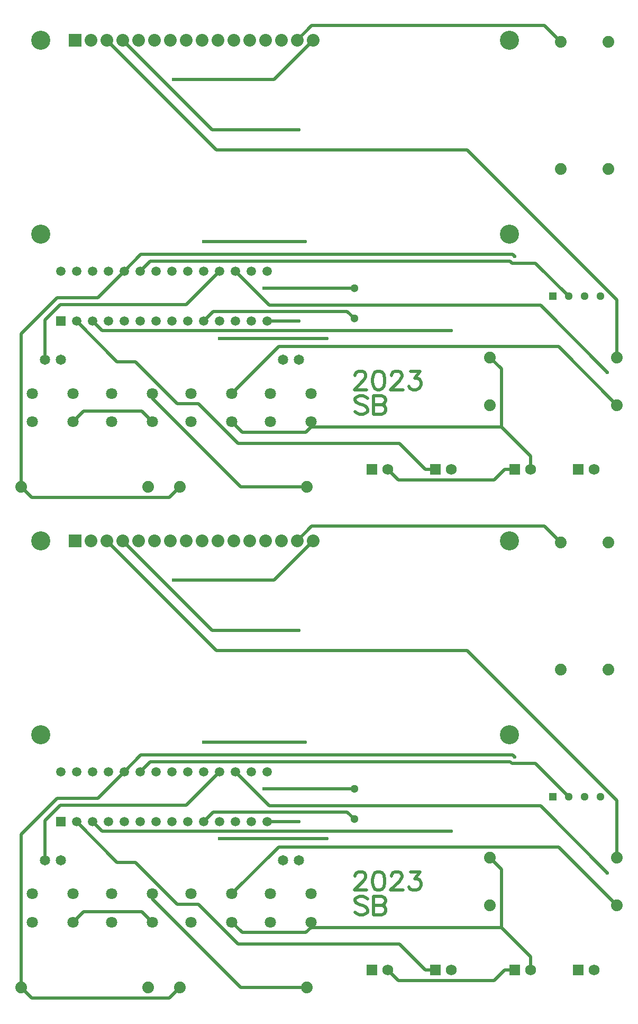
<source format=gtl>
G04 Layer: TopLayer*
G04 EasyEDA v6.5.22, 2023-01-28 18:44:11*
G04 Gerber Generator version 0.2*
G04 Scale: 100 percent, Rotated: No, Reflected: No *
G04 Dimensions in millimeters *
G04 leading zeros omitted , absolute positions ,4 integer and 5 decimal *
%FSLAX45Y45*%
%MOMM*%

%ADD10C,0.5000*%
%ADD11R,1.2954X1.2954*%
%ADD12C,1.2954*%
%ADD13C,1.3000*%
%ADD14R,1.5000X1.5000*%
%ADD15C,1.5000*%
%ADD16C,1.8796*%
%ADD17C,1.6510*%
%ADD18C,2.0320*%
%ADD19R,2.0320X2.0320*%
%ADD20C,3.0480*%
%ADD21C,1.8000*%
%ADD22R,1.7500X1.7500*%
%ADD23C,1.7500*%
%ADD24C,0.6000*%
%ADD25C,0.0115*%

%LPD*%
D10*
X5798058Y1793494D02*
G01*
X5769863Y1821687D01*
X5727445Y1835912D01*
X5671058Y1835912D01*
X5628893Y1821687D01*
X5600700Y1793494D01*
X5600700Y1765300D01*
X5614670Y1737105D01*
X5628893Y1723136D01*
X5657088Y1708912D01*
X5741670Y1680718D01*
X5769863Y1666747D01*
X5783834Y1652523D01*
X5798058Y1624329D01*
X5798058Y1582165D01*
X5769863Y1553971D01*
X5727445Y1540002D01*
X5671058Y1540002D01*
X5628893Y1553971D01*
X5600700Y1582165D01*
X5891022Y1835912D02*
G01*
X5891022Y1540002D01*
X5891022Y1835912D02*
G01*
X6017768Y1835912D01*
X6060186Y1821687D01*
X6074156Y1807718D01*
X6088125Y1779523D01*
X6088125Y1751329D01*
X6074156Y1723136D01*
X6060186Y1708912D01*
X6017768Y1694942D01*
X5891022Y1694942D02*
G01*
X6017768Y1694942D01*
X6060186Y1680718D01*
X6074156Y1666747D01*
X6088125Y1638554D01*
X6088125Y1596136D01*
X6074156Y1568195D01*
X6060186Y1553971D01*
X6017768Y1540002D01*
X5891022Y1540002D01*
X5601970Y2159000D02*
G01*
X5601970Y2173223D01*
X5616193Y2201418D01*
X5630163Y2215387D01*
X5658358Y2229612D01*
X5714745Y2229612D01*
X5742940Y2215387D01*
X5757163Y2201418D01*
X5771134Y2173223D01*
X5771134Y2145029D01*
X5757163Y2116836D01*
X5728970Y2074418D01*
X5588000Y1933702D01*
X5785358Y1933702D01*
X5962904Y2229612D02*
G01*
X5920486Y2215387D01*
X5892291Y2173223D01*
X5878322Y2102612D01*
X5878322Y2060447D01*
X5892291Y1989836D01*
X5920486Y1947671D01*
X5962904Y1933702D01*
X5991097Y1933702D01*
X6033261Y1947671D01*
X6061456Y1989836D01*
X6075425Y2060447D01*
X6075425Y2102612D01*
X6061456Y2173223D01*
X6033261Y2215387D01*
X5991097Y2229612D01*
X5962904Y2229612D01*
X6182613Y2159000D02*
G01*
X6182613Y2173223D01*
X6196838Y2201418D01*
X6210808Y2215387D01*
X6239002Y2229612D01*
X6295390Y2229612D01*
X6323584Y2215387D01*
X6337554Y2201418D01*
X6351777Y2173223D01*
X6351777Y2145029D01*
X6337554Y2116836D01*
X6309359Y2074418D01*
X6168643Y1933702D01*
X6365747Y1933702D01*
X6486906Y2229612D02*
G01*
X6642100Y2229612D01*
X6557518Y2116836D01*
X6599681Y2116836D01*
X6627875Y2102612D01*
X6642100Y2088642D01*
X6656070Y2046223D01*
X6656070Y2018029D01*
X6642100Y1975865D01*
X6613906Y1947671D01*
X6571488Y1933702D01*
X6529324Y1933702D01*
X6486906Y1947671D01*
X6472936Y1961895D01*
X6458711Y1989836D01*
X5798058Y9793478D02*
G01*
X5769863Y9821671D01*
X5727445Y9835895D01*
X5671058Y9835895D01*
X5628893Y9821671D01*
X5600700Y9793478D01*
X5600700Y9765284D01*
X5614670Y9737089D01*
X5628893Y9723120D01*
X5657088Y9708895D01*
X5741670Y9680702D01*
X5769863Y9666731D01*
X5783834Y9652508D01*
X5798058Y9624313D01*
X5798058Y9582150D01*
X5769863Y9553955D01*
X5727445Y9539986D01*
X5671058Y9539986D01*
X5628893Y9553955D01*
X5600700Y9582150D01*
X5891022Y9835895D02*
G01*
X5891022Y9539986D01*
X5891022Y9835895D02*
G01*
X6017768Y9835895D01*
X6060186Y9821671D01*
X6074156Y9807702D01*
X6088125Y9779508D01*
X6088125Y9751313D01*
X6074156Y9723120D01*
X6060186Y9708895D01*
X6017768Y9694926D01*
X5891022Y9694926D02*
G01*
X6017768Y9694926D01*
X6060186Y9680702D01*
X6074156Y9666731D01*
X6088125Y9638537D01*
X6088125Y9596120D01*
X6074156Y9568179D01*
X6060186Y9553955D01*
X6017768Y9539986D01*
X5891022Y9539986D01*
X5601970Y10158984D02*
G01*
X5601970Y10173208D01*
X5616193Y10201402D01*
X5630163Y10215371D01*
X5658358Y10229595D01*
X5714745Y10229595D01*
X5742940Y10215371D01*
X5757163Y10201402D01*
X5771134Y10173208D01*
X5771134Y10145013D01*
X5757163Y10116820D01*
X5728970Y10074402D01*
X5588000Y9933686D01*
X5785358Y9933686D01*
X5962904Y10229595D02*
G01*
X5920486Y10215371D01*
X5892291Y10173208D01*
X5878322Y10102595D01*
X5878322Y10060431D01*
X5892291Y9989820D01*
X5920486Y9947655D01*
X5962904Y9933686D01*
X5991097Y9933686D01*
X6033261Y9947655D01*
X6061456Y9989820D01*
X6075425Y10060431D01*
X6075425Y10102595D01*
X6061456Y10173208D01*
X6033261Y10215371D01*
X5991097Y10229595D01*
X5962904Y10229595D01*
X6182613Y10158984D02*
G01*
X6182613Y10173208D01*
X6196838Y10201402D01*
X6210808Y10215371D01*
X6239002Y10229595D01*
X6295390Y10229595D01*
X6323584Y10215371D01*
X6337554Y10201402D01*
X6351777Y10173208D01*
X6351777Y10145013D01*
X6337554Y10116820D01*
X6309359Y10074402D01*
X6168643Y9933686D01*
X6365747Y9933686D01*
X6486906Y10229595D02*
G01*
X6642100Y10229595D01*
X6557518Y10116820D01*
X6599681Y10116820D01*
X6627875Y10102595D01*
X6642100Y10088626D01*
X6656070Y10046208D01*
X6656070Y10018013D01*
X6642100Y9975850D01*
X6613906Y9947655D01*
X6571488Y9933686D01*
X6529324Y9933686D01*
X6486906Y9947655D01*
X6472936Y9961879D01*
X6458711Y9989820D01*
X4897114Y9340621D02*
G01*
X7941866Y9340621D01*
X8157392Y8659368D02*
G01*
X7994822Y8659368D01*
X7994822Y8659368D02*
G01*
X7826324Y8490864D01*
X6289898Y8490864D01*
X6121400Y8659368D01*
X2690873Y14888692D02*
G01*
X4298726Y14888692D01*
X4928008Y15517975D01*
X1905000Y11827967D02*
G01*
X1483103Y11406070D01*
X833803Y11406070D01*
X254000Y10826267D01*
X254000Y8379968D01*
X8153760Y12063196D02*
G01*
X8122592Y12094364D01*
X2171390Y12094364D01*
X1905000Y11827967D01*
X254000Y8379968D02*
G01*
X423440Y8210527D01*
X2624559Y8210527D01*
X2794000Y8379968D01*
X3429000Y11827967D02*
G01*
X2897347Y11296317D01*
X883716Y11296317D01*
X635000Y11047600D01*
X635000Y10411968D01*
X3627114Y9875014D02*
G01*
X4374741Y10622633D01*
X8857134Y10622633D01*
X9791700Y9688068D01*
X5588000Y11069675D02*
G01*
X5472684Y11184994D01*
X3332025Y11184994D01*
X3175000Y11027968D01*
X5588000Y11557660D02*
G01*
X4138960Y11557660D01*
X5148150Y10755581D02*
G01*
X3429000Y10755581D01*
X3627114Y9424921D02*
G01*
X3795725Y9256318D01*
X4812817Y9256318D01*
X4897114Y9340621D01*
X4897114Y9424921D02*
G01*
X4897114Y9340621D01*
X7941866Y9340621D02*
G01*
X8407400Y8875087D01*
X8407400Y8659368D01*
X7759700Y10450068D02*
G01*
X7941866Y10267896D01*
X7941866Y9340621D01*
X2357114Y9424921D02*
G01*
X2188331Y9593704D01*
X1255905Y9593704D01*
X1087120Y9424921D01*
X4191000Y11027968D02*
G01*
X4699607Y11027968D01*
X1880008Y15517975D02*
G01*
X3310384Y14087602D01*
X4699607Y14087602D01*
X6887392Y8659368D02*
G01*
X6724822Y8659368D01*
X6724822Y8659368D02*
G01*
X6312992Y9071206D01*
X3726456Y9071206D01*
X3087847Y9709810D01*
X2756631Y9709810D01*
X2085393Y10381056D01*
X1789912Y10381056D01*
X1143000Y11027968D01*
X9640216Y10211056D02*
G01*
X8566099Y11285166D01*
X4225800Y11285166D01*
X3683000Y11827967D01*
X2159000Y11827967D02*
G01*
X2317551Y11986513D01*
X8081726Y11986513D01*
X8110189Y11958038D01*
X8486924Y11958038D01*
X9017000Y11427968D01*
X1397000Y11027968D02*
G01*
X1547192Y10877781D01*
X7137400Y10877781D01*
X8890000Y15491968D02*
G01*
X8630815Y15751152D01*
X4907173Y15751152D01*
X4674008Y15517975D01*
X4826000Y8379968D02*
G01*
X3773215Y8379968D01*
X2357114Y9796068D01*
X2357114Y9875014D01*
X9791700Y10450068D02*
G01*
X9791700Y11366347D01*
X7391623Y13766416D01*
X3377567Y13766416D01*
X1626008Y15517975D01*
X4804790Y12298426D02*
G01*
X3175000Y12298426D01*
X4897114Y1340637D02*
G01*
X7941866Y1340637D01*
X8157392Y659384D02*
G01*
X7994822Y659384D01*
X7994822Y659384D02*
G01*
X7826324Y490880D01*
X6289898Y490880D01*
X6121400Y659384D01*
X2690873Y6888708D02*
G01*
X4298726Y6888708D01*
X4928008Y7517991D01*
X1905000Y3827983D02*
G01*
X1483103Y3406086D01*
X833803Y3406086D01*
X254000Y2826283D01*
X254000Y379984D01*
X8153760Y4063212D02*
G01*
X8122592Y4094380D01*
X2171390Y4094380D01*
X1905000Y3827983D01*
X254000Y379984D02*
G01*
X423440Y210543D01*
X2624559Y210543D01*
X2794000Y379984D01*
X3429000Y3827983D02*
G01*
X2897347Y3296333D01*
X883716Y3296333D01*
X635000Y3047616D01*
X635000Y2411984D01*
X3627114Y1875030D02*
G01*
X4374741Y2622649D01*
X8857134Y2622649D01*
X9791700Y1688084D01*
X5588000Y3069691D02*
G01*
X5472684Y3185010D01*
X3332025Y3185010D01*
X3175000Y3027984D01*
X5588000Y3557676D02*
G01*
X4138960Y3557676D01*
X5148150Y2755597D02*
G01*
X3429000Y2755597D01*
X3627114Y1424937D02*
G01*
X3795725Y1256334D01*
X4812817Y1256334D01*
X4897114Y1340637D01*
X4897114Y1424937D02*
G01*
X4897114Y1340637D01*
X7941866Y1340637D02*
G01*
X8407400Y875103D01*
X8407400Y659384D01*
X7759700Y2450084D02*
G01*
X7941866Y2267912D01*
X7941866Y1340637D01*
X2357114Y1424937D02*
G01*
X2188331Y1593720D01*
X1255905Y1593720D01*
X1087120Y1424937D01*
X4191000Y3027984D02*
G01*
X4699607Y3027984D01*
X1880008Y7517991D02*
G01*
X3310384Y6087618D01*
X4699607Y6087618D01*
X6887392Y659384D02*
G01*
X6724822Y659384D01*
X6724822Y659384D02*
G01*
X6312992Y1071222D01*
X3726456Y1071222D01*
X3087847Y1709826D01*
X2756631Y1709826D01*
X2085393Y2381072D01*
X1789912Y2381072D01*
X1143000Y3027984D01*
X9640216Y2211072D02*
G01*
X8566099Y3285182D01*
X4225800Y3285182D01*
X3683000Y3827983D01*
X2159000Y3827983D02*
G01*
X2317551Y3986529D01*
X8081726Y3986529D01*
X8110189Y3958054D01*
X8486924Y3958054D01*
X9017000Y3427984D01*
X1397000Y3027984D02*
G01*
X1547192Y2877797D01*
X7137400Y2877797D01*
X8890000Y7491984D02*
G01*
X8630815Y7751168D01*
X4907173Y7751168D01*
X4674008Y7517991D01*
X4826000Y379984D02*
G01*
X3773215Y379984D01*
X2357114Y1796084D01*
X2357114Y1875030D01*
X9791700Y2450084D02*
G01*
X9791700Y3366363D01*
X7391623Y5766432D01*
X3377567Y5766432D01*
X1626008Y7517991D01*
X4804790Y4298442D02*
G01*
X3175000Y4298442D01*
D11*
G01*
X8763000Y3427984D03*
D12*
G01*
X9017000Y3427984D03*
G01*
X9271000Y3427984D03*
G01*
X9525000Y3427984D03*
D13*
G01*
X5588000Y3557676D03*
G01*
X5588000Y3069691D03*
D14*
G01*
X889000Y3027984D03*
D15*
G01*
X1143000Y3027984D03*
G01*
X1397000Y3027984D03*
G01*
X1651000Y3027984D03*
G01*
X1905000Y3027984D03*
G01*
X2159000Y3027984D03*
G01*
X2413000Y3027984D03*
G01*
X2667000Y3027984D03*
G01*
X2921000Y3027984D03*
G01*
X3175000Y3027984D03*
G01*
X3429000Y3027984D03*
G01*
X3683000Y3027984D03*
G01*
X3937000Y3027984D03*
G01*
X4191000Y3027984D03*
G01*
X889000Y3827983D03*
G01*
X1143000Y3827983D03*
G01*
X1397000Y3827983D03*
G01*
X1651000Y3827983D03*
G01*
X1905000Y3827983D03*
G01*
X2159000Y3827983D03*
G01*
X2413000Y3827983D03*
G01*
X2667000Y3827983D03*
G01*
X2921000Y3827983D03*
G01*
X3175000Y3827983D03*
G01*
X3429000Y3827983D03*
G01*
X3683000Y3827983D03*
G01*
X3937000Y3827983D03*
G01*
X4191000Y3827983D03*
D16*
G01*
X7759700Y1688084D03*
G01*
X9791700Y1688084D03*
G01*
X254000Y379984D03*
G01*
X2286000Y379984D03*
G01*
X2794000Y379984D03*
G01*
X4826000Y379984D03*
G01*
X9652000Y5459984D03*
G01*
X9652000Y7491984D03*
G01*
X8890000Y5459984D03*
G01*
X8890000Y7491984D03*
G01*
X7759700Y2450084D03*
G01*
X9791700Y2450084D03*
D17*
G01*
X4445000Y2411984D03*
G01*
X4699000Y2411984D03*
G01*
X635000Y2411984D03*
G01*
X889000Y2411984D03*
D18*
G01*
X4928006Y7517993D03*
G01*
X4674006Y7517993D03*
G01*
X4420006Y7517993D03*
G01*
X4166006Y7517993D03*
G01*
X3912006Y7517993D03*
G01*
X3658006Y7517993D03*
G01*
X3404006Y7517993D03*
G01*
X3150006Y7517993D03*
G01*
X2896006Y7517993D03*
G01*
X2642006Y7517993D03*
G01*
X2388006Y7517993D03*
G01*
X2134006Y7517993D03*
G01*
X1880006Y7517993D03*
G01*
X1626006Y7517993D03*
G01*
X1372006Y7517993D03*
D19*
G01*
X1118006Y7517993D03*
D20*
G01*
X567994Y7517993D03*
G01*
X567994Y4417974D03*
G01*
X8068005Y7517993D03*
G01*
X8068005Y4417974D03*
D21*
G01*
X4246879Y1875028D03*
G01*
X4246879Y1424939D03*
G01*
X4897120Y1875028D03*
G01*
X4897120Y1424939D03*
G01*
X2976879Y1875028D03*
G01*
X2976879Y1424939D03*
G01*
X3627120Y1875028D03*
G01*
X3627120Y1424939D03*
G01*
X1706879Y1875028D03*
G01*
X1706879Y1424939D03*
G01*
X2357120Y1875028D03*
G01*
X2357120Y1424939D03*
G01*
X436879Y1875028D03*
G01*
X436879Y1424939D03*
G01*
X1087120Y1875028D03*
G01*
X1087120Y1424939D03*
D22*
G01*
X9173387Y659384D03*
D23*
G01*
X9423400Y659384D03*
D22*
G01*
X6887387Y659384D03*
D23*
G01*
X7137400Y659384D03*
D22*
G01*
X8157387Y659384D03*
D23*
G01*
X8407400Y659384D03*
D22*
G01*
X5871387Y659384D03*
D23*
G01*
X6121400Y659384D03*
D11*
G01*
X8763000Y11427968D03*
D12*
G01*
X9017000Y11427968D03*
G01*
X9271000Y11427968D03*
G01*
X9525000Y11427968D03*
D13*
G01*
X5588000Y11557660D03*
G01*
X5588000Y11069675D03*
D14*
G01*
X889000Y11027968D03*
D15*
G01*
X1143000Y11027968D03*
G01*
X1397000Y11027968D03*
G01*
X1651000Y11027968D03*
G01*
X1905000Y11027968D03*
G01*
X2159000Y11027968D03*
G01*
X2413000Y11027968D03*
G01*
X2667000Y11027968D03*
G01*
X2921000Y11027968D03*
G01*
X3175000Y11027968D03*
G01*
X3429000Y11027968D03*
G01*
X3683000Y11027968D03*
G01*
X3937000Y11027968D03*
G01*
X4191000Y11027968D03*
G01*
X889000Y11827967D03*
G01*
X1143000Y11827967D03*
G01*
X1397000Y11827967D03*
G01*
X1651000Y11827967D03*
G01*
X1905000Y11827967D03*
G01*
X2159000Y11827967D03*
G01*
X2413000Y11827967D03*
G01*
X2667000Y11827967D03*
G01*
X2921000Y11827967D03*
G01*
X3175000Y11827967D03*
G01*
X3429000Y11827967D03*
G01*
X3683000Y11827967D03*
G01*
X3937000Y11827967D03*
G01*
X4191000Y11827967D03*
D16*
G01*
X7759700Y9688068D03*
G01*
X9791700Y9688068D03*
G01*
X254000Y8379968D03*
G01*
X2286000Y8379968D03*
G01*
X2794000Y8379968D03*
G01*
X4826000Y8379968D03*
G01*
X9652000Y13459968D03*
G01*
X9652000Y15491968D03*
G01*
X8890000Y13459968D03*
G01*
X8890000Y15491968D03*
G01*
X7759700Y10450068D03*
G01*
X9791700Y10450068D03*
D17*
G01*
X4445000Y10411968D03*
G01*
X4699000Y10411968D03*
G01*
X635000Y10411968D03*
G01*
X889000Y10411968D03*
D18*
G01*
X4928006Y15517977D03*
G01*
X4674006Y15517977D03*
G01*
X4420006Y15517977D03*
G01*
X4166006Y15517977D03*
G01*
X3912006Y15517977D03*
G01*
X3658006Y15517977D03*
G01*
X3404006Y15517977D03*
G01*
X3150006Y15517977D03*
G01*
X2896006Y15517977D03*
G01*
X2642006Y15517977D03*
G01*
X2388006Y15517977D03*
G01*
X2134006Y15517977D03*
G01*
X1880006Y15517977D03*
G01*
X1626006Y15517977D03*
G01*
X1372006Y15517977D03*
D19*
G01*
X1118006Y15517977D03*
D20*
G01*
X567994Y15517977D03*
G01*
X567994Y12417958D03*
G01*
X8068005Y15517977D03*
G01*
X8068005Y12417958D03*
D21*
G01*
X4246879Y9875012D03*
G01*
X4246879Y9424924D03*
G01*
X4897120Y9875012D03*
G01*
X4897120Y9424924D03*
G01*
X2976879Y9875012D03*
G01*
X2976879Y9424924D03*
G01*
X3627120Y9875012D03*
G01*
X3627120Y9424924D03*
G01*
X1706879Y9875012D03*
G01*
X1706879Y9424924D03*
G01*
X2357120Y9875012D03*
G01*
X2357120Y9424924D03*
G01*
X436879Y9875012D03*
G01*
X436879Y9424924D03*
G01*
X1087120Y9875012D03*
G01*
X1087120Y9424924D03*
D22*
G01*
X9173387Y8659368D03*
D23*
G01*
X9423400Y8659368D03*
D22*
G01*
X6887387Y8659368D03*
D23*
G01*
X7137400Y8659368D03*
D22*
G01*
X8157387Y8659368D03*
D23*
G01*
X8407400Y8659368D03*
D22*
G01*
X5871387Y8659368D03*
D23*
G01*
X6121400Y8659368D03*
D24*
G01*
X3175000Y4298442D03*
G01*
X4804790Y4298442D03*
G01*
X7137400Y2877794D03*
G01*
X9640214Y2211070D03*
G01*
X4699609Y3027984D03*
G01*
X4699609Y6087618D03*
G01*
X3429000Y2755595D03*
G01*
X5148148Y2755595D03*
G01*
X4138955Y3557676D03*
G01*
X8153755Y4063212D03*
G01*
X2690875Y6888708D03*
G01*
X3175000Y12298426D03*
G01*
X4804790Y12298426D03*
G01*
X7137400Y10877778D03*
G01*
X9640214Y10211054D03*
G01*
X4699609Y11027968D03*
G01*
X4699609Y14087602D03*
G01*
X3429000Y10755579D03*
G01*
X5148148Y10755579D03*
G01*
X4138955Y11557660D03*
G01*
X8153755Y12063196D03*
G01*
X2690875Y14888692D03*
M02*

</source>
